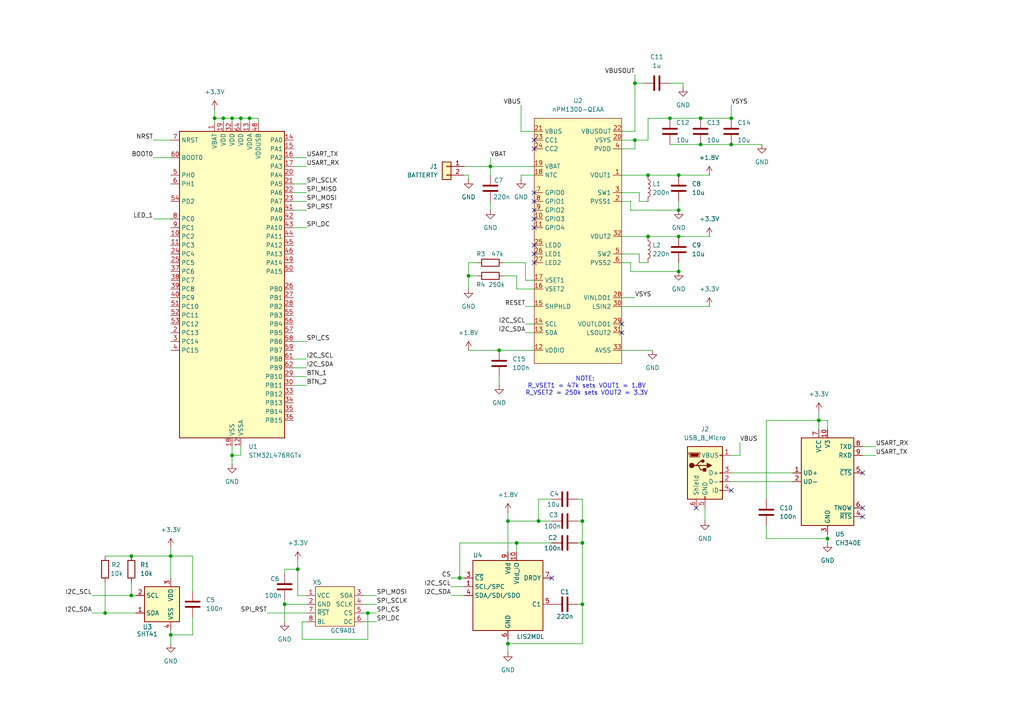
<source format=kicad_sch>
(kicad_sch (version 20231120) (generator "eeschema") (generator_version "8.0")
  (paper "A4")
  (lib_symbols
    (symbol "Connector:USB_B_Micro" (pin_names (offset 1.016))
      (property "Reference" "J" (at -5.08 11.43 0))
      (property "Value" "USB_B_Micro" (at -5.08 8.89 0))
      (symbol "USB_B_Micro_0_1"
        (rectangle (start -5.08 -7.62) (end 5.08 7.62) (stroke (width 0.254)) (fill (type background)))
        (circle (center -3.81 2.159) (radius 0.635) (stroke (width 0.254)) (fill (type outline)))
        (circle (center -0.635 3.429) (radius 0.381) (stroke (width 0.254)) (fill (type outline)))
        (rectangle (start -0.127 -7.62) (end 0.127 -6.858))
        (polyline (pts (xy -1.905 2.159) (xy 0.635 2.159)) (stroke (width 0.254)))
        (polyline (pts (xy -3.175 2.159) (xy -2.54 2.159) (xy -1.27 3.429) (xy -0.635 3.429)) (stroke (width 0.254)))
        (polyline (pts (xy -2.54 2.159) (xy -1.905 2.159) (xy -1.27 0.889) (xy 0 0.889)) (stroke (width 0.254)))
        (polyline (pts (xy 0.635 2.794) (xy 0.635 1.524) (xy 1.905 2.159) (xy 0.635 2.794)) (stroke (width 0.254)) (fill (type outline)))
        (polyline (pts (xy -4.318 5.588) (xy -1.778 5.588) (xy -2.032 4.826) (xy -4.064 4.826) (xy -4.318 5.588)) (fill (type outline)))
        (polyline (pts (xy -4.699 5.842) (xy -4.699 5.588) (xy -4.445 4.826) (xy -4.445 4.572) (xy -1.651 4.572) (xy -1.651 4.826) (xy -1.397 5.588) (xy -1.397 5.842) (xy -4.699 5.842)))
        (rectangle (start 0.254 1.27) (end -0.508 0.508) (stroke (width 0.254)) (fill (type outline)))
        (rectangle (start 5.08 -5.207) (end 4.318 -4.953))
        (rectangle (start 5.08 -2.667) (end 4.318 -2.413))
        (rectangle (start 5.08 -0.127) (end 4.318 0.127))
        (rectangle (start 5.08 4.953) (end 4.318 5.207))
      )
      (symbol "USB_B_Micro_1_1"
        (pin power_out line (at 7.62 5.08 180) (length 2.54) (name "VBUS") (number "1"))
        (pin bidirectional line (at 7.62 -2.54 180) (length 2.54) (name "D-") (number "2"))
        (pin bidirectional line (at 7.62 0 180) (length 2.54) (name "D+") (number "3"))
        (pin passive line (at 7.62 -5.08 180) (length 2.54) (name "ID") (number "4"))
        (pin power_out line (at 0 -10.16 90) (length 2.54) (name "GND") (number "5"))
        (pin passive line (at -2.54 -10.16 90) (length 2.54) (name "Shield") (number "6"))
      )
    )
    (symbol "Connector_Generic:Conn_01x02" (pin_names (offset 1.016) hide)
      (property "Reference" "J" (at 0 2.54 0))
      (property "Value" "Conn_01x02" (at 0 -5.08 0))
      (symbol "Conn_01x02_1_1"
        (rectangle (start -1.27 -2.413) (end 0 -2.667) (stroke (width 0.1524)))
        (rectangle (start -1.27 0.127) (end 0 -0.127) (stroke (width 0.1524)))
        (rectangle (start -1.27 1.27) (end 1.27 -3.81) (stroke (width 0.254)) (fill (type background)))
        (pin passive line (at -5.08 0 0) (length 3.81) (name "Pin_1") (number "1"))
        (pin passive line (at -5.08 -2.54 0) (length 3.81) (name "Pin_2") (number "2"))
      )
    )
    (symbol "Device:C" (pin_numbers hide) (pin_names (offset 0.254))
      (property "Reference" "C" (at 0.635 2.54 0))
      (property "Value" "C" (at 0.635 -2.54 0))
      (symbol "C_0_1"
        (polyline (pts (xy -2.032 -0.762) (xy 2.032 -0.762)) (stroke (width 0.508)))
        (polyline (pts (xy -2.032 0.762) (xy 2.032 0.762)) (stroke (width 0.508)))
      )
      (symbol "C_1_1"
        (pin passive line (at 0 3.81 270) (length 2.794) (name "~") (number "1"))
        (pin passive line (at 0 -3.81 90) (length 2.794) (name "~") (number "2"))
      )
    )
    (symbol "Device:L" (pin_numbers hide) (pin_names (offset 1.016) hide)
      (property "Reference" "L" (at -1.27 0 90))
      (property "Value" "L" (at 1.905 0 90))
      (symbol "L_0_1"
        (arc (start 0 -2.54) (mid 0.6323 -1.905) (end 0 -1.27))
        (arc (start 0 -1.27) (mid 0.6323 -0.635) (end 0 0))
        (arc (start 0 0) (mid 0.6323 0.635) (end 0 1.27))
        (arc (start 0 1.27) (mid 0.6323 1.905) (end 0 2.54))
      )
      (symbol "L_1_1"
        (pin passive line (at 0 3.81 270) (length 1.27) (name "1") (number "1"))
        (pin passive line (at 0 -3.81 90) (length 1.27) (name "2") (number "2"))
      )
    )
    (symbol "Device:R" (pin_numbers hide) (pin_names (offset 0))
      (property "Reference" "R" (at 2.032 0 90))
      (property "Value" "R" (at 0 0 90))
      (symbol "R_0_1"
        (rectangle (start -1.016 -2.54) (end 1.016 2.54) (stroke (width 0.254)))
      )
      (symbol "R_1_1"
        (pin passive line (at 0 3.81 270) (length 1.27) (name "~") (number "1"))
        (pin passive line (at 0 -3.81 90) (length 1.27) (name "~") (number "2"))
      )
    )
    (symbol "Interface_USB:CH340E"
      (property "Reference" "U" (at -5.08 13.97 0))
      (property "Value" "CH340E" (at 1.27 13.97 0))
      (symbol "CH340E_0_1"
        (rectangle (start -7.62 12.7) (end 7.62 -12.7) (stroke (width 0.254)) (fill (type background)))
      )
      (symbol "CH340E_1_1"
        (pin bidirectional line (at -10.16 2.54 0) (length 2.54) (name "UD+") (number "1"))
        (pin power_out line (at 0 15.24 270) (length 2.54) (name "V3") (number "10"))
        (pin bidirectional line (at -10.16 0 0) (length 2.54) (name "UD-") (number "2"))
        (pin power_in line (at 0 -15.24 90) (length 2.54) (name "GND") (number "3"))
        (pin output line (at 10.16 -10.16 180) (length 2.54) (name "~{RTS}") (number "4"))
        (pin input line (at 10.16 2.54 180) (length 2.54) (name "~{CTS}") (number "5"))
        (pin output line (at 10.16 -7.62 180) (length 2.54) (name "TNOW") (number "6"))
        (pin power_in line (at -2.54 15.24 270) (length 2.54) (name "VCC") (number "7"))
        (pin output line (at 10.16 10.16 180) (length 2.54) (name "TXD") (number "8"))
        (pin input line (at 10.16 7.62 180) (length 2.54) (name "RXD") (number "9"))
      )
    )
    (symbol "MCU_ST_STM32L4:STM32L476RGTx"
      (property "Reference" "U" (at -15.24 46.99 0))
      (property "Value" "STM32L476RGTx" (at 10.16 46.99 0))
      (symbol "STM32L476RGTx_0_1"
        (rectangle (start -15.24 -43.18) (end 15.24 45.72) (stroke (width 0.254)) (fill (type background)))
      )
      (symbol "STM32L476RGTx_1_1"
        (pin power_in line (at -5.08 48.26 270) (length 2.54) (name "VBAT") (number "1"))
        (pin bidirectional line (at -17.78 15.24 0) (length 2.54) (name "PC2") (number "10"))
        (pin bidirectional line (at -17.78 12.7 0) (length 2.54) (name "PC3") (number "11"))
        (pin power_in line (at 2.54 -45.72 90) (length 2.54) (name "VSSA") (number "12"))
        (pin power_in line (at 5.08 48.26 270) (length 2.54) (name "VDDA") (number "13"))
        (pin bidirectional line (at 17.78 43.18 180) (length 2.54) (name "PA0") (number "14"))
        (pin bidirectional line (at 17.78 40.64 180) (length 2.54) (name "PA1") (number "15"))
        (pin bidirectional line (at 17.78 38.1 180) (length 2.54) (name "PA2") (number "16"))
        (pin bidirectional line (at 17.78 35.56 180) (length 2.54) (name "PA3") (number "17"))
        (pin power_in line (at 0 -45.72 90) (length 2.54) (name "VSS") (number "18"))
        (pin power_in line (at -2.54 48.26 270) (length 2.54) (name "VDD") (number "19"))
        (pin bidirectional line (at -17.78 -12.7 0) (length 2.54) (name "PC13") (number "2"))
        (pin bidirectional line (at 17.78 33.02 180) (length 2.54) (name "PA4") (number "20"))
        (pin bidirectional line (at 17.78 30.48 180) (length 2.54) (name "PA5") (number "21"))
        (pin bidirectional line (at 17.78 27.94 180) (length 2.54) (name "PA6") (number "22"))
        (pin bidirectional line (at 17.78 25.4 180) (length 2.54) (name "PA7") (number "23"))
        (pin bidirectional line (at -17.78 10.16 0) (length 2.54) (name "PC4") (number "24"))
        (pin bidirectional line (at -17.78 7.62 0) (length 2.54) (name "PC5") (number "25"))
        (pin bidirectional line (at 17.78 0 180) (length 2.54) (name "PB0") (number "26"))
        (pin bidirectional line (at 17.78 -2.54 180) (length 2.54) (name "PB1") (number "27"))
        (pin bidirectional line (at 17.78 -5.08 180) (length 2.54) (name "PB2") (number "28"))
        (pin bidirectional line (at 17.78 -25.4 180) (length 2.54) (name "PB10") (number "29"))
        (pin bidirectional line (at -17.78 -15.24 0) (length 2.54) (name "PC14") (number "3"))
        (pin bidirectional line (at 17.78 -27.94 180) (length 2.54) (name "PB11") (number "30"))
        (pin passive line (at 0 -45.72 90) (length 2.54) hide (name "VSS") (number "31"))
        (pin power_in line (at 0 48.26 270) (length 2.54) (name "VDD") (number "32"))
        (pin bidirectional line (at 17.78 -30.48 180) (length 2.54) (name "PB12") (number "33"))
        (pin bidirectional line (at 17.78 -33.02 180) (length 2.54) (name "PB13") (number "34"))
        (pin bidirectional line (at 17.78 -35.56 180) (length 2.54) (name "PB14") (number "35"))
        (pin bidirectional line (at 17.78 -38.1 180) (length 2.54) (name "PB15") (number "36"))
        (pin bidirectional line (at -17.78 5.08 0) (length 2.54) (name "PC6") (number "37"))
        (pin bidirectional line (at -17.78 2.54 0) (length 2.54) (name "PC7") (number "38"))
        (pin bidirectional line (at -17.78 0 0) (length 2.54) (name "PC8") (number "39"))
        (pin bidirectional line (at -17.78 -17.78 0) (length 2.54) (name "PC15") (number "4"))
        (pin bidirectional line (at -17.78 -2.54 0) (length 2.54) (name "PC9") (number "40"))
        (pin bidirectional line (at 17.78 22.86 180) (length 2.54) (name "PA8") (number "41"))
        (pin bidirectional line (at 17.78 20.32 180) (length 2.54) (name "PA9") (number "42"))
        (pin bidirectional line (at 17.78 17.78 180) (length 2.54) (name "PA10") (number "43"))
        (pin bidirectional line (at 17.78 15.24 180) (length 2.54) (name "PA11") (number "44"))
        (pin bidirectional line (at 17.78 12.7 180) (length 2.54) (name "PA12") (number "45"))
        (pin bidirectional line (at 17.78 10.16 180) (length 2.54) (name "PA13") (number "46"))
        (pin passive line (at 0 -45.72 90) (length 2.54) hide (name "VSS") (number "47"))
        (pin power_in line (at 7.62 48.26 270) (length 2.54) (name "VDDUSB") (number "48"))
        (pin bidirectional line (at 17.78 7.62 180) (length 2.54) (name "PA14") (number "49"))
        (pin bidirectional line (at -17.78 33.02 0) (length 2.54) (name "PH0") (number "5"))
        (pin bidirectional line (at 17.78 5.08 180) (length 2.54) (name "PA15") (number "50"))
        (pin bidirectional line (at -17.78 -5.08 0) (length 2.54) (name "PC10") (number "51"))
        (pin bidirectional line (at -17.78 -7.62 0) (length 2.54) (name "PC11") (number "52"))
        (pin bidirectional line (at -17.78 -10.16 0) (length 2.54) (name "PC12") (number "53"))
        (pin bidirectional line (at -17.78 25.4 0) (length 2.54) (name "PD2") (number "54"))
        (pin bidirectional line (at 17.78 -7.62 180) (length 2.54) (name "PB3") (number "55"))
        (pin bidirectional line (at 17.78 -10.16 180) (length 2.54) (name "PB4") (number "56"))
        (pin bidirectional line (at 17.78 -12.7 180) (length 2.54) (name "PB5") (number "57"))
        (pin bidirectional line (at 17.78 -15.24 180) (length 2.54) (name "PB6") (number "58"))
        (pin bidirectional line (at 17.78 -17.78 180) (length 2.54) (name "PB7") (number "59"))
        (pin bidirectional line (at -17.78 30.48 0) (length 2.54) (name "PH1") (number "6"))
        (pin input line (at -17.78 38.1 0) (length 2.54) (name "BOOT0") (number "60"))
        (pin bidirectional line (at 17.78 -20.32 180) (length 2.54) (name "PB8") (number "61"))
        (pin bidirectional line (at 17.78 -22.86 180) (length 2.54) (name "PB9") (number "62"))
        (pin passive line (at 0 -45.72 90) (length 2.54) hide (name "VSS") (number "63"))
        (pin power_in line (at 2.54 48.26 270) (length 2.54) (name "VDD") (number "64"))
        (pin input line (at -17.78 43.18 0) (length 2.54) (name "NRST") (number "7"))
        (pin bidirectional line (at -17.78 20.32 0) (length 2.54) (name "PC0") (number "8"))
        (pin bidirectional line (at -17.78 17.78 0) (length 2.54) (name "PC1") (number "9"))
      )
    )
    (symbol "Sensor_Humidity:SHT4x"
      (property "Reference" "U" (at 0 8.89 0))
      (property "Value" "SHT4x" (at 0 6.35 0))
      (symbol "SHT4x_1_1"
        (rectangle (start -5.08 5.08) (end 5.08 -5.08) (stroke (width 0.254)) (fill (type background)))
        (pin bidirectional line (at -7.62 -2.54 0) (length 2.54) (name "SDA") (number "1"))
        (pin input line (at -7.62 2.54 0) (length 2.54) (name "SCL") (number "2"))
        (pin power_in line (at 2.54 7.62 270) (length 2.54) (name "VDD") (number "3"))
        (pin power_in line (at 2.54 -7.62 90) (length 2.54) (name "VSS") (number "4"))
      )
    )
    (symbol "Sensor_Magnetic:LIS2MDL"
      (property "Reference" "U" (at -8.89 11.43 0))
      (property "Value" "LIS2MDL" (at 7.62 11.43 0))
      (symbol "LIS2MDL_0_1"
        (rectangle (start -10.16 10.16) (end 10.16 -10.16) (stroke (width 0.254)) (fill (type background)))
      )
      (symbol "LIS2MDL_1_1"
        (pin input line (at -12.7 2.54 0) (length 2.54) (name "SCL/SPC") (number "1"))
        (pin power_in line (at 2.54 12.7 270) (length 2.54) (name "Vdd_IO") (number "10"))
        (pin no_connect line (at -10.16 -7.62 0) (length 2.54) hide (name "NC") (number "11"))
        (pin no_connect line (at 10.16 -7.62 180) (length 2.54) hide (name "NC") (number "12"))
        (pin no_connect line (at -10.16 -5.08 0) (length 2.54) hide (name "NC") (number "2"))
        (pin input line (at -12.7 5.08 0) (length 2.54) (name "~{CS}") (number "3"))
        (pin bidirectional line (at -12.7 0 0) (length 2.54) (name "SDA/SDI/SDO") (number "4"))
        (pin power_out line (at 12.7 -2.54 180) (length 2.54) (name "C1") (number "5"))
        (pin power_in line (at 0 -12.7 90) (length 2.54) (name "GND") (number "6"))
        (pin output line (at 12.7 5.08 180) (length 2.54) (name "DRDY") (number "7"))
        (pin passive line (at 0 -12.7 90) (length 2.54) hide (name "GND") (number "8"))
        (pin power_in line (at 0 12.7 270) (length 2.54) (name "Vdd") (number "9"))
      )
    )
    (symbol "power:+3.3V" (power) (pin_numbers hide) (pin_names (offset 0) hide)
      (property "Value" "+3.3V" (at 0 3.556 0))
      (symbol "+3.3V_0_1"
        (polyline (pts (xy -0.762 1.27) (xy 0 2.54)))
        (polyline (pts (xy 0 0) (xy 0 2.54)))
        (polyline (pts (xy 0 2.54) (xy 0.762 1.27)))
      )
      (symbol "+3.3V_1_1"
        (pin power_in line (at 0 0 90) (length 0) (name "~") (number "1"))
      )
    )
    (symbol "power:GND" (power) (pin_numbers hide) (pin_names (offset 0) hide)
      (property "Value" "GND" (at 0 -3.81 0))
      (symbol "GND_0_1"
        (polyline (pts (xy 0 0) (xy 0 -1.27) (xy 1.27 -1.27) (xy 0 -2.54) (xy -1.27 -1.27) (xy 0 -1.27)))
      )
      (symbol "GND_1_1"
        (pin power_in line (at 0 0 270) (length 0) (name "~") (number "1"))
      )
    )
    (symbol "smart_watch:GC9A01"
      (property "Reference" "X" (at -4.572 7.62 0))
      (property "Value" "GC9A01" (at 3.048 -6.35 0))
      (symbol "GC9A01_0_1"
        (rectangle (start -5.08 6.35) (end 6.35 -5.08) (stroke (width 0) (color 132 0 0 1)) (fill (type background)))
      )
      (symbol "GC9A01_1_1"
        (pin power_in line (at -7.62 3.81 0) (length 2.54) (name "VCC") (number "1"))
        (pin power_out line (at -7.62 1.27 0) (length 2.54) (name "GND") (number "2"))
        (pin input line (at 8.89 3.81 180) (length 2.54) (name "SOA") (number "3"))
        (pin input line (at 8.89 1.27 180) (length 2.54) (name "SCLK") (number "4"))
        (pin input line (at 8.89 -1.27 180) (length 2.54) (name "CS") (number "5"))
        (pin input line (at 8.89 -3.81 180) (length 2.54) (name "DC") (number "6"))
        (pin input line (at -7.62 -1.27 0) (length 2.54) (name "~{RST}") (number "7"))
        (pin input line (at -7.62 -3.81 0) (length 2.54) (name "BL") (number "8"))
      )
    )
    (symbol "smart_watch:nPM1300-QEAA"
      (property "Reference" "U" (at -12.192 39.624 0))
      (property "Value" "nPM1300-QEAA" (at 5.334 -35.052 0))
      (symbol "nPM1300-QEAA_0_1"
        (rectangle (start -12.7 38.1) (end 12.7 -33.02) (stroke (width 0) (color 132 0 0 1)) (fill (type background)))
      )
      (symbol "nPM1300-QEAA_1_1"
        (pin power_in line (at 12.7 21.59 180) (length 2.54) (name "VOUT1") (number "1"))
        (pin bidirectional line (at -12.7 8.89 0) (length 2.54) (name "GPIO3") (number "10"))
        (pin bidirectional line (at -12.7 6.35 0) (length 2.54) (name "GPIO4") (number "11"))
        (pin power_in line (at -12.7 -29.21 0) (length 2.54) (name "VDDIO") (number "12"))
        (pin bidirectional line (at -12.7 -24.13 0) (length 2.54) (name "SDA") (number "13"))
        (pin input line (at -12.7 -21.59 0) (length 2.54) (name "SCL") (number "14"))
        (pin input line (at -12.7 -16.51 0) (length 2.54) (name "SHPHLD") (number "15"))
        (pin input line (at -12.7 -11.43 0) (length 2.54) (name "VSET2") (number "16"))
        (pin input line (at -12.7 -8.89 0) (length 2.54) (name "VSET1") (number "17"))
        (pin input line (at -12.7 21.59 0) (length 2.54) (name "NTC") (number "18"))
        (pin power_in line (at -12.7 24.13 0) (length 2.54) (name "VBAT") (number "19"))
        (pin power_out line (at 12.7 13.97 180) (length 2.54) (name "PVSS1") (number "2"))
        (pin power_in line (at 12.7 31.75 180) (length 2.54) (name "VSYS") (number "20"))
        (pin power_in line (at -12.7 34.29 0) (length 2.54) (name "VBUS") (number "21"))
        (pin power_in line (at 12.7 34.29 180) (length 2.54) (name "VBUSOUT") (number "22"))
        (pin bidirectional line (at -12.7 31.75 0) (length 2.54) (name "CC1") (number "23"))
        (pin bidirectional line (at -12.7 29.21 0) (length 2.54) (name "CC2") (number "24"))
        (pin output line (at -12.7 1.27 0) (length 2.54) (name "LED0") (number "25"))
        (pin output line (at -12.7 -1.27 0) (length 2.54) (name "LED1") (number "26"))
        (pin output line (at -12.7 -3.81 0) (length 2.54) (name "LED2") (number "27"))
        (pin input line (at 12.7 -13.97 180) (length 2.54) (name "VINLDO1") (number "28"))
        (pin output line (at 12.7 -21.59 180) (length 2.54) (name "VOUTLDO1") (number "29"))
        (pin power_in line (at 12.7 16.51 180) (length 2.54) (name "SW1") (number "3"))
        (pin input line (at 12.7 -16.51 180) (length 2.54) (name "LSIN2") (number "30"))
        (pin output line (at 12.7 -24.13 180) (length 2.54) (name "LSOUT2") (number "31"))
        (pin power_in line (at 12.7 3.81 180) (length 2.54) (name "VOUT2") (number "32"))
        (pin power_out line (at 12.7 -29.21 180) (length 2.54) (name "AVSS") (number "33"))
        (pin power_in line (at 12.7 29.21 180) (length 2.54) (name "PVDD") (number "4"))
        (pin power_in line (at 12.7 -1.27 180) (length 2.54) (name "SW2") (number "5"))
        (pin power_out line (at 12.7 -3.81 180) (length 2.54) (name "PVSS2") (number "6"))
        (pin bidirectional line (at -12.7 16.51 0) (length 2.54) (name "GPIO0") (number "7"))
        (pin bidirectional line (at -12.7 13.97 0) (length 2.54) (name "GPIO1") (number "8"))
        (pin bidirectional line (at -12.7 11.43 0) (length 2.54) (name "GPIO2") (number "9"))
      )
    )
  )
  (junction (at 82.55 175.26))
  (junction (at 212.09 34.29))
  (junction (at 184.15 40.64))
  (junction (at 72.39 34.29))
  (junction (at 144.78 101.6))
  (junction (at 69.85 34.29))
  (junction (at 187.96 68.58))
  (junction (at 62.23 34.29))
  (junction (at 203.2 41.91))
  (junction (at 196.85 50.8))
  (junction (at 133.35 167.64))
  (junction (at 240.03 156.21))
  (junction (at 38.1 172.72))
  (junction (at 196.85 60.96))
  (junction (at 147.32 151.13))
  (junction (at 168.91 157.48))
  (junction (at 156.21 151.13))
  (junction (at 142.24 48.26))
  (junction (at 196.85 78.74))
  (junction (at 194.31 34.29))
  (junction (at 135.89 80.01))
  (junction (at 184.15 24.13))
  (junction (at 147.32 186.69))
  (junction (at 49.53 161.29))
  (junction (at 168.91 151.13))
  (junction (at 67.31 34.29))
  (junction (at 149.86 157.48))
  (junction (at 168.91 175.26))
  (junction (at 38.1 161.29))
  (junction (at 203.2 34.29))
  (junction (at 64.77 34.29))
  (junction (at 67.31 132.08))
  (junction (at 106.68 177.8))
  (junction (at 212.09 41.91))
  (junction (at 187.96 50.8))
  (junction (at 196.85 68.58))
  (junction (at 86.36 165.1))
  (junction (at 49.53 184.15))
  (junction (at 30.48 177.8))
  (junction (at 237.49 121.92))
  (no_connect (at 154.94 63.5))
  (no_connect (at 154.94 66.04))
  (no_connect (at 250.19 137.16))
  (no_connect (at 180.34 93.98))
  (no_connect (at 154.94 55.88))
  (no_connect (at 154.94 60.96))
  (no_connect (at 154.94 73.66))
  (no_connect (at 160.02 167.64))
  (no_connect (at 154.94 71.12))
  (no_connect (at 250.19 147.32))
  (no_connect (at 180.34 96.52))
  (no_connect (at 250.19 149.86))
  (no_connect (at 154.94 43.18))
  (no_connect (at 154.94 40.64))
  (no_connect (at 154.94 76.2))
  (no_connect (at 154.94 58.42))
  (no_connect (at 212.09 142.24))
  (no_connect (at 201.93 147.32))
  (wire (pts (xy 147.32 186.69) (xy 147.32 189.23)))
  (wire (pts (xy 105.41 175.26) (xy 109.22 175.26)))
  (wire (pts (xy 142.24 48.26) (xy 142.24 50.8)))
  (wire (pts (xy 72.39 35.56) (xy 72.39 34.29)))
  (wire (pts (xy 149.86 83.82) (xy 154.94 83.82)))
  (wire (pts (xy 151.13 50.8) (xy 151.13 52.07)))
  (wire (pts (xy 62.23 34.29) (xy 62.23 35.56)))
  (wire (pts (xy 86.36 165.1) (xy 86.36 172.72)))
  (wire (pts (xy 105.41 177.8) (xy 106.68 177.8)))
  (wire (pts (xy 240.03 121.92) (xy 240.03 124.46)))
  (wire (pts (xy 55.88 171.45) (xy 55.88 161.29)))
  (wire (pts (xy 204.47 147.32) (xy 204.47 151.13)))
  (wire (pts (xy 184.15 21.59) (xy 184.15 24.13)))
  (wire (pts (xy 134.62 48.26) (xy 142.24 48.26)))
  (wire (pts (xy 133.35 167.64) (xy 133.35 157.48)))
  (wire (pts (xy 184.15 43.18) (xy 184.15 40.64)))
  (wire (pts (xy 69.85 129.54) (xy 69.85 132.08)))
  (wire (pts (xy 149.86 80.01) (xy 149.86 83.82)))
  (wire (pts (xy 184.15 24.13) (xy 184.15 38.1)))
  (wire (pts (xy 185.42 73.66) (xy 185.42 76.2)))
  (wire (pts (xy 180.34 88.9) (xy 205.74 88.9)))
  (wire (pts (xy 168.91 186.69) (xy 147.32 186.69)))
  (wire (pts (xy 185.42 55.88) (xy 185.42 58.42)))
  (wire (pts (xy 180.34 68.58) (xy 187.96 68.58)))
  (wire (pts (xy 180.34 50.8) (xy 187.96 50.8)))
  (wire (pts (xy 55.88 161.29) (xy 49.53 161.29)))
  (wire (pts (xy 135.89 76.2) (xy 135.89 80.01)))
  (wire (pts (xy 142.24 48.26) (xy 154.94 48.26)))
  (wire (pts (xy 30.48 177.8) (xy 39.37 177.8)))
  (wire (pts (xy 212.09 41.91) (xy 220.98 41.91)))
  (wire (pts (xy 203.2 41.91) (xy 212.09 41.91)))
  (wire (pts (xy 85.09 58.42) (xy 88.9 58.42)))
  (wire (pts (xy 146.05 76.2) (xy 152.4 76.2)))
  (wire (pts (xy 130.81 167.64) (xy 133.35 167.64)))
  (wire (pts (xy 168.91 144.78) (xy 167.64 144.78)))
  (wire (pts (xy 146.05 80.01) (xy 149.86 80.01)))
  (wire (pts (xy 144.78 101.6) (xy 154.94 101.6)))
  (wire (pts (xy 85.09 99.06) (xy 88.9 99.06)))
  (wire (pts (xy 44.45 63.5) (xy 49.53 63.5)))
  (wire (pts (xy 222.25 156.21) (xy 240.03 156.21)))
  (wire (pts (xy 88.9 180.34) (xy 87.63 180.34)))
  (wire (pts (xy 154.94 81.28) (xy 152.4 81.28)))
  (wire (pts (xy 69.85 132.08) (xy 67.31 132.08)))
  (wire (pts (xy 196.85 78.74) (xy 196.85 76.2)))
  (wire (pts (xy 85.09 111.76) (xy 88.9 111.76)))
  (wire (pts (xy 86.36 162.56) (xy 86.36 165.1)))
  (wire (pts (xy 26.67 172.72) (xy 38.1 172.72)))
  (wire (pts (xy 152.4 88.9) (xy 154.94 88.9)))
  (wire (pts (xy 156.21 151.13) (xy 147.32 151.13)))
  (wire (pts (xy 85.09 53.34) (xy 88.9 53.34)))
  (wire (pts (xy 85.09 45.72) (xy 88.9 45.72)))
  (wire (pts (xy 62.23 31.75) (xy 62.23 34.29)))
  (wire (pts (xy 82.55 180.34) (xy 82.55 175.26)))
  (wire (pts (xy 194.31 41.91) (xy 203.2 41.91)))
  (wire (pts (xy 85.09 66.04) (xy 88.9 66.04)))
  (wire (pts (xy 87.63 185.42) (xy 106.68 185.42)))
  (wire (pts (xy 168.91 175.26) (xy 168.91 186.69)))
  (wire (pts (xy 67.31 129.54) (xy 67.31 132.08)))
  (wire (pts (xy 194.31 34.29) (xy 203.2 34.29)))
  (wire (pts (xy 250.19 132.08) (xy 254 132.08)))
  (wire (pts (xy 49.53 184.15) (xy 55.88 184.15)))
  (wire (pts (xy 85.09 48.26) (xy 88.9 48.26)))
  (wire (pts (xy 30.48 168.91) (xy 30.48 177.8)))
  (wire (pts (xy 142.24 58.42) (xy 142.24 60.96)))
  (wire (pts (xy 38.1 172.72) (xy 39.37 172.72)))
  (wire (pts (xy 105.41 172.72) (xy 109.22 172.72)))
  (wire (pts (xy 64.77 34.29) (xy 64.77 35.56)))
  (wire (pts (xy 106.68 185.42) (xy 106.68 177.8)))
  (wire (pts (xy 135.89 80.01) (xy 138.43 80.01)))
  (wire (pts (xy 240.03 154.94) (xy 240.03 156.21)))
  (wire (pts (xy 198.12 24.13) (xy 198.12 25.4)))
  (wire (pts (xy 168.91 144.78) (xy 168.91 151.13)))
  (wire (pts (xy 147.32 186.69) (xy 147.32 185.42)))
  (wire (pts (xy 187.96 40.64) (xy 187.96 34.29)))
  (wire (pts (xy 105.41 180.34) (xy 109.22 180.34)))
  (wire (pts (xy 167.64 151.13) (xy 168.91 151.13)))
  (wire (pts (xy 237.49 119.38) (xy 237.49 121.92)))
  (wire (pts (xy 154.94 50.8) (xy 151.13 50.8)))
  (wire (pts (xy 55.88 184.15) (xy 55.88 179.07)))
  (wire (pts (xy 138.43 76.2) (xy 135.89 76.2)))
  (wire (pts (xy 184.15 40.64) (xy 187.96 40.64)))
  (wire (pts (xy 187.96 34.29) (xy 194.31 34.29)))
  (wire (pts (xy 184.15 24.13) (xy 186.69 24.13)))
  (wire (pts (xy 160.02 151.13) (xy 156.21 151.13)))
  (wire (pts (xy 49.53 184.15) (xy 49.53 186.69)))
  (wire (pts (xy 212.09 137.16) (xy 229.87 137.16)))
  (wire (pts (xy 69.85 34.29) (xy 69.85 35.56)))
  (wire (pts (xy 30.48 161.29) (xy 38.1 161.29)))
  (wire (pts (xy 44.45 45.72) (xy 49.53 45.72)))
  (wire (pts (xy 167.64 157.48) (xy 168.91 157.48)))
  (wire (pts (xy 187.96 50.8) (xy 196.85 50.8)))
  (wire (pts (xy 49.53 158.75) (xy 49.53 161.29)))
  (wire (pts (xy 49.53 161.29) (xy 38.1 161.29)))
  (wire (pts (xy 222.25 152.4) (xy 222.25 156.21)))
  (wire (pts (xy 149.86 157.48) (xy 149.86 160.02)))
  (wire (pts (xy 64.77 34.29) (xy 62.23 34.29)))
  (wire (pts (xy 82.55 173.99) (xy 82.55 175.26)))
  (wire (pts (xy 180.34 55.88) (xy 185.42 55.88)))
  (wire (pts (xy 74.93 34.29) (xy 72.39 34.29)))
  (wire (pts (xy 85.09 104.14) (xy 88.9 104.14)))
  (wire (pts (xy 49.53 167.64) (xy 49.53 161.29)))
  (wire (pts (xy 44.45 40.64) (xy 49.53 40.64)))
  (wire (pts (xy 184.15 38.1) (xy 180.34 38.1)))
  (wire (pts (xy 151.13 38.1) (xy 154.94 38.1)))
  (wire (pts (xy 194.31 24.13) (xy 198.12 24.13)))
  (wire (pts (xy 168.91 157.48) (xy 168.91 175.26)))
  (wire (pts (xy 133.35 167.64) (xy 134.62 167.64)))
  (wire (pts (xy 26.67 177.8) (xy 30.48 177.8)))
  (wire (pts (xy 222.25 144.78) (xy 222.25 121.92)))
  (wire (pts (xy 85.09 106.68) (xy 88.9 106.68)))
  (wire (pts (xy 212.09 30.48) (xy 212.09 34.29)))
  (wire (pts (xy 147.32 151.13) (xy 147.32 160.02)))
  (wire (pts (xy 196.85 58.42) (xy 196.85 60.96)))
  (wire (pts (xy 106.68 177.8) (xy 109.22 177.8)))
  (wire (pts (xy 182.88 58.42) (xy 180.34 58.42)))
  (wire (pts (xy 237.49 121.92) (xy 240.03 121.92)))
  (wire (pts (xy 38.1 168.91) (xy 38.1 172.72)))
  (wire (pts (xy 156.21 144.78) (xy 156.21 151.13)))
  (wire (pts (xy 133.35 157.48) (xy 149.86 157.48)))
  (wire (pts (xy 151.13 30.48) (xy 151.13 38.1)))
  (wire (pts (xy 72.39 34.29) (xy 69.85 34.29)))
  (wire (pts (xy 87.63 180.34) (xy 87.63 185.42)))
  (wire (pts (xy 168.91 151.13) (xy 168.91 157.48)))
  (wire (pts (xy 142.24 45.72) (xy 142.24 48.26)))
  (wire (pts (xy 182.88 76.2) (xy 182.88 78.74)))
  (wire (pts (xy 180.34 86.36) (xy 184.15 86.36)))
  (wire (pts (xy 250.19 129.54) (xy 254 129.54)))
  (wire (pts (xy 135.89 80.01) (xy 135.89 83.82)))
  (wire (pts (xy 180.34 73.66) (xy 185.42 73.66)))
  (wire (pts (xy 152.4 96.52) (xy 154.94 96.52)))
  (wire (pts (xy 82.55 175.26) (xy 88.9 175.26)))
  (wire (pts (xy 182.88 78.74) (xy 196.85 78.74)))
  (wire (pts (xy 187.96 68.58) (xy 196.85 68.58)))
  (wire (pts (xy 203.2 34.29) (xy 212.09 34.29)))
  (wire (pts (xy 196.85 68.58) (xy 205.74 68.58)))
  (wire (pts (xy 67.31 34.29) (xy 67.31 35.56)))
  (wire (pts (xy 152.4 93.98) (xy 154.94 93.98)))
  (wire (pts (xy 85.09 109.22) (xy 88.9 109.22)))
  (wire (pts (xy 240.03 156.21) (xy 240.03 157.48)))
  (wire (pts (xy 180.34 101.6) (xy 189.23 101.6)))
  (wire (pts (xy 237.49 121.92) (xy 237.49 124.46)))
  (wire (pts (xy 67.31 34.29) (xy 64.77 34.29)))
  (wire (pts (xy 167.64 175.26) (xy 168.91 175.26)))
  (wire (pts (xy 82.55 166.37) (xy 82.55 165.1)))
  (wire (pts (xy 85.09 60.96) (xy 88.9 60.96)))
  (wire (pts (xy 67.31 132.08) (xy 67.31 134.62)))
  (wire (pts (xy 82.55 165.1) (xy 86.36 165.1)))
  (wire (pts (xy 85.09 55.88) (xy 88.9 55.88)))
  (wire (pts (xy 147.32 148.59) (xy 147.32 151.13)))
  (wire (pts (xy 185.42 76.2) (xy 187.96 76.2)))
  (wire (pts (xy 86.36 172.72) (xy 88.9 172.72)))
  (wire (pts (xy 144.78 109.22) (xy 144.78 111.76)))
  (wire (pts (xy 182.88 60.96) (xy 182.88 58.42)))
  (wire (pts (xy 212.09 139.7) (xy 229.87 139.7)))
  (wire (pts (xy 180.34 40.64) (xy 184.15 40.64)))
  (wire (pts (xy 149.86 157.48) (xy 160.02 157.48)))
  (wire (pts (xy 77.47 177.8) (xy 88.9 177.8)))
  (wire (pts (xy 196.85 50.8) (xy 205.74 50.8)))
  (wire (pts (xy 156.21 144.78) (xy 160.02 144.78)))
  (wire (pts (xy 74.93 35.56) (xy 74.93 34.29)))
  (wire (pts (xy 152.4 81.28) (xy 152.4 76.2)))
  (wire (pts (xy 222.25 121.92) (xy 237.49 121.92)))
  (wire (pts (xy 214.63 132.08) (xy 212.09 132.08)))
  (wire (pts (xy 135.89 50.8) (xy 135.89 52.07)))
  (wire (pts (xy 130.81 170.18) (xy 134.62 170.18)))
  (wire (pts (xy 49.53 184.15) (xy 49.53 182.88)))
  (wire (pts (xy 69.85 34.29) (xy 67.31 34.29)))
  (wire (pts (xy 180.34 76.2) (xy 182.88 76.2)))
  (wire (pts (xy 185.42 58.42) (xy 187.96 58.42)))
  (wire (pts (xy 180.34 43.18) (xy 184.15 43.18)))
  (wire (pts (xy 196.85 60.96) (xy 182.88 60.96)))
  (wire (pts (xy 214.63 128.27) (xy 214.63 132.08)))
  (wire (pts (xy 135.89 101.6) (xy 144.78 101.6)))
  (wire (pts (xy 130.81 172.72) (xy 134.62 172.72)))
  (wire (pts (xy 134.62 50.8) (xy 135.89 50.8)))
  (text "NOTE: \nR_VSET1 = 47k sets VOUT1 = 1.8V\nR_VSET2 = 250k sets VOUT2 = 3.3V" (at 170.18 112.014 0) (effects (font (size 1.27 1.27))))
  (label "NRST" (at 44.45 40.64 180) (effects (font (thickness 0.1588))))
  (label "CS" (at 130.81 167.64 180))
  (label "I2C_SCL" (at 26.67 172.72 180))
  (label "VBAT" (at 142.24 45.72 0))
  (label "SPI_SCLK" (at 88.9 53.34 0))
  (label "I2C_SDA" (at 88.9 106.68 0))
  (label "LED_1" (at 44.45 63.5 180))
  (label "VBUS" (at 151.13 30.48 180))
  (label "SPI_DC" (at 109.22 180.34 0))
  (label "VBUSOUT" (at 184.15 21.59 180))
  (label "RESET" (at 152.4 88.9 180))
  (label "BTN_2" (at 88.9 111.76 0))
  (label "USART_TX" (at 254 132.08 0))
  (label "USART_RX" (at 254 129.54 0))
  (label "SPI_RST" (at 77.47 177.8 180))
  (label "VSYS" (at 212.09 30.48 0))
  (label "BTN_1" (at 88.9 109.22 0))
  (label "I2C_SDA" (at 130.81 172.72 180))
  (label "USART_TX" (at 88.9 45.72 0))
  (label "USART_RX" (at 88.9 48.26 0))
  (label "SPI_MISO" (at 88.9 55.88 0))
  (label "SPI_SCLK" (at 109.22 175.26 0))
  (label "SPI_CS" (at 109.22 177.8 0))
  (label "VBUS" (at 214.63 128.27 0))
  (label "SPI_DC" (at 88.9 66.04 0))
  (label "I2C_SDA" (at 152.4 96.52 180))
  (label "I2C_SCL" (at 152.4 93.98 180))
  (label "I2C_SCL" (at 88.9 104.14 0) (effects (font (thickness 0.1588))))
  (label "SPI_MOSI" (at 88.9 58.42 0))
  (label "SPI_CS" (at 88.9 99.06 0))
  (label "I2C_SDA" (at 26.67 177.8 180))
  (label "BOOT0" (at 44.45 45.72 180))
  (label "I2C_SCL" (at 130.81 170.18 180))
  (label "SPI_MOSI" (at 109.22 172.72 0))
  (label "VSYS" (at 184.15 86.36 0))
  (label "SPI_RST" (at 88.9 60.96 0))
  (symbol (lib_id "Sensor_Humidity:SHT4x") (at 46.99 175.26 0) (unit 1)
    (property "Reference" "U3" (at 41.402 181.864 0) (effects (justify left)))
    (property "Value" "SHT41" (at 39.624 183.896 0) (effects (justify left)))
    (property "Footprint" "Sensor_Humidity:Sensirion_DFN-4_1.5x1.5mm_P0.8mm_SHT4x_NoCentralPad" (effects (hide yes)))
    (property "Datasheet" "https://sensirion.com/media/documents/33FD6951/624C4357/Datasheet_SHT4x.pdf" (effects (hide yes)))
    (property "Description" "Digital Humidity and Temperature Sensor, +/-1%RH, +/-0.1degC, I2C, 1.08-3.6V, 16bit, DFN-4" (effects (hide yes)))
  )
  (symbol (lib_id "power:+3.3V") (at 62.23 31.75 0) (unit 1)
    (property "Reference" "#PWR024" (effects (hide yes)))
    (property "Value" "+3.3V" (at 62.23 26.67 0))
    (property "Description" "Power symbol creates a global label with name \"+3.3V\"" (effects (hide yes)))
  )
  (symbol (lib_id "Device:C") (at 144.78 105.41 0) (unit 1)
    (property "Reference" "C15" (at 148.59 104.1399 0) (effects (justify left)))
    (property "Value" "100n" (at 148.59 106.6799 0) (effects (justify left)))
    (property "Description" "Unpolarized capacitor" (effects (hide yes)))
  )
  (symbol (lib_id "Device:C") (at 163.83 144.78 90) (unit 1)
    (property "Reference" "C4" (at 160.782 143.256 90))
    (property "Value" "10u" (at 160.528 146.304 90))
    (property "Description" "Unpolarized capacitor" (effects (hide yes)))
  )
  (symbol (lib_id "Device:C") (at 82.55 170.18 180) (unit 1)
    (property "Reference" "C6" (at 79.756 167.894 0))
    (property "Value" "100n" (at 79.248 172.72 0))
    (property "Description" "Unpolarized capacitor" (effects (hide yes)))
  )
  (symbol (lib_id "power:GND") (at 144.78 111.76 0) (unit 1)
    (property "Reference" "#PWR022" (effects (hide yes)))
    (property "Value" "GND" (at 144.78 116.84 0))
    (property "Description" "Power symbol creates a global label with name \"GND\" , ground" (effects (hide yes)))
  )
  (symbol (lib_id "power:+3.3V") (at 49.53 158.75 0) (unit 1)
    (property "Reference" "#PWR04" (effects (hide yes)))
    (property "Value" "+3.3V" (at 49.53 153.67 0))
    (property "Description" "Power symbol creates a global label with name \"+3.3V\"" (effects (hide yes)))
  )
  (symbol (lib_id "power:GND") (at 49.53 186.69 0) (unit 1)
    (property "Reference" "#PWR03" (effects (hide yes)))
    (property "Value" "GND" (at 49.53 191.77 0))
    (property "Description" "Power symbol creates a global label with name \"GND\" , ground" (effects (hide yes)))
  )
  (symbol (lib_id "Device:C") (at 196.85 54.61 0) (unit 1)
    (property "Reference" "C8" (at 200.66 53.3399 0) (effects (justify left)))
    (property "Value" "10u" (at 200.66 55.8799 0) (effects (justify left)))
    (property "Description" "Unpolarized capacitor" (effects (hide yes)))
  )
  (symbol (lib_id "power:+3.3V") (at 205.74 50.8 0) (unit 1)
    (property "Reference" "#PWR014" (effects (hide yes)))
    (property "Value" "+1.8V" (at 202.692 45.72 0) (effects (justify left)))
    (property "Description" "Power symbol creates a global label with name \"+3.3V\"" (effects (hide yes)))
  )
  (symbol (lib_id "power:GND") (at 147.32 189.23 0) (unit 1)
    (property "Reference" "#PWR02" (effects (hide yes)))
    (property "Value" "GND" (at 147.32 194.31 0))
    (property "Description" "Power symbol creates a global label with name \"GND\" , ground" (effects (hide yes)))
  )
  (symbol (lib_id "power:GND") (at 220.98 41.91 0) (unit 1)
    (property "Reference" "#PWR019" (effects (hide yes)))
    (property "Value" "GND" (at 220.98 46.99 0))
    (property "Description" "Power symbol creates a global label with name \"GND\" , ground" (effects (hide yes)))
  )
  (symbol (lib_id "power:GND") (at 189.23 101.6 0) (unit 1)
    (property "Reference" "#PWR023" (effects (hide yes)))
    (property "Value" "GND" (at 189.23 106.68 0))
    (property "Description" "Power symbol creates a global label with name \"GND\" , ground" (effects (hide yes)))
  )
  (symbol (lib_id "power:+3.3V") (at 86.36 162.56 0) (unit 1)
    (property "Reference" "#PWR05" (effects (hide yes)))
    (property "Value" "+3.3V" (at 86.36 157.48 0))
    (property "Description" "Power symbol creates a global label with name \"+3.3V\"" (effects (hide yes)))
  )
  (symbol (lib_id "power:GND") (at 82.55 180.34 0) (unit 1)
    (property "Reference" "#PWR06" (effects (hide yes)))
    (property "Value" "GND" (at 82.55 185.42 0))
    (property "Description" "Power symbol creates a global label with name \"GND\" , ground" (effects (hide yes)))
  )
  (symbol (lib_id "Device:C") (at 203.2 38.1 180) (unit 1)
    (property "Reference" "C13" (at 204.978 35.56 0) (effects (justify right)))
    (property "Value" "10u" (at 204.978 40.64 0) (effects (justify right)))
    (property "Description" "Unpolarized capacitor" (effects (hide yes)))
  )
  (symbol (lib_id "power:GND") (at 135.89 83.82 0) (unit 1)
    (property "Reference" "#PWR07" (effects (hide yes)))
    (property "Value" "GND" (at 135.89 88.9 0))
    (property "Description" "Power symbol creates a global label with name \"GND\" , ground" (effects (hide yes)))
  )
  (symbol (lib_id "MCU_ST_STM32L4:STM32L476RGTx") (at 67.31 83.82 0) (unit 1)
    (property "Reference" "U1" (at 72.0441 129.54 0) (effects (justify left)))
    (property "Value" "STM32L476RGTx" (at 72.0441 132.08 0) (effects (justify left)))
    (property "Footprint" "Package_QFP:LQFP-64_10x10mm_P0.5mm" (effects (hide yes)))
    (property "Datasheet" "https://www.st.com/resource/en/datasheet/stm32l476rg.pdf" (effects (hide yes)))
    (property "Description" "STMicroelectronics Arm Cortex-M4 MCU, 1024KB flash, 128KB RAM, 80 MHz, 1.71-3.6V, 51 GPIO, LQFP64" (effects (hide yes)))
  )
  (symbol (lib_id "power:GND") (at 67.31 134.62 0) (unit 1)
    (property "Reference" "#PWR026" (effects (hide yes)))
    (property "Value" "GND" (at 67.31 139.7 0))
    (property "Description" "Power symbol creates a global label with name \"GND\" , ground" (effects (hide yes)))
  )
  (symbol (lib_id "power:GND") (at 142.24 60.96 0) (unit 1)
    (property "Reference" "#PWR09" (effects (hide yes)))
    (property "Value" "GND" (at 142.24 66.04 0))
    (property "Description" "Power symbol creates a global label with name \"GND\" , ground" (effects (hide yes)))
  )
  (symbol (lib_id "Device:C") (at 163.83 157.48 90) (unit 1)
    (property "Reference" "C2" (at 160.274 155.956 90))
    (property "Value" "100n" (at 160.274 159.004 90))
    (property "Description" "Unpolarized capacitor" (effects (hide yes)))
  )
  (symbol (lib_id "Device:C") (at 142.24 54.61 0) (unit 1)
    (property "Reference" "C7" (at 143.256 52.324 0) (effects (justify left)))
    (property "Value" "220n" (at 143.002 57.15 0) (effects (justify left)))
    (property "Description" "Unpolarized capacitor" (effects (hide yes)))
  )
  (symbol (lib_id "Connector:USB_B_Micro") (at 204.47 137.16 0) (unit 1)
    (property "Reference" "J2" (at 204.47 124.46 0))
    (property "Value" "USB_B_Micro" (at 204.47 127 0))
    (property "Description" "USB Micro Type B connector" (effects (hide yes)))
  )
  (symbol (lib_id "Device:C") (at 190.5 24.13 90) (unit 1)
    (property "Reference" "C11" (at 190.5 16.51 90))
    (property "Value" "1u" (at 190.5 19.05 90))
    (property "Description" "Unpolarized capacitor" (effects (hide yes)))
  )
  (symbol (lib_id "Device:C") (at 163.83 151.13 90) (unit 1)
    (property "Reference" "C3" (at 160.528 149.352 90))
    (property "Value" "100n" (at 160.274 152.654 90))
    (property "Description" "Unpolarized capacitor" (effects (hide yes)))
  )
  (symbol (lib_id "Device:C") (at 196.85 72.39 0) (unit 1)
    (property "Reference" "C9" (at 200.66 71.1199 0) (effects (justify left)))
    (property "Value" "10u" (at 200.66 73.6599 0) (effects (justify left)))
    (property "Description" "Unpolarized capacitor" (effects (hide yes)))
  )
  (symbol (lib_id "smart_watch:GC9A01") (at 96.52 176.53 0) (unit 1)
    (property "Reference" "X5" (at 91.948 168.91 0))
    (property "Value" "GC9A01" (at 99.568 182.88 0))
  )
  (symbol (lib_id "power:GND") (at 151.13 52.07 0) (unit 1)
    (property "Reference" "#PWR08" (effects (hide yes)))
    (property "Value" "GND" (at 151.13 57.15 0))
    (property "Description" "Power symbol creates a global label with name \"GND\" , ground" (effects (hide yes)))
  )
  (symbol (lib_id "smart_watch:nPM1300-QEAA") (at 167.64 72.39 0) (unit 1)
    (property "Reference" "U2" (at 167.64 29.21 0))
    (property "Value" "nPM1300-QEAA" (at 167.64 31.75 0))
  )
  (symbol (lib_id "power:GND") (at 240.03 157.48 0) (unit 1)
    (property "Reference" "#PWR015" (effects (hide yes)))
    (property "Value" "GND" (at 240.03 162.56 0))
    (property "Description" "Power symbol creates a global label with name \"GND\" , ground" (effects (hide yes)))
  )
  (symbol (lib_id "Device:L") (at 187.96 54.61 0) (unit 1)
    (property "Reference" "L1" (at 189.23 53.3399 0) (effects (justify left)))
    (property "Value" "200n" (at 189.23 55.8799 0) (effects (justify left)))
    (property "Description" "Inductor" (effects (hide yes)))
  )
  (symbol (lib_id "power:+3.3V") (at 205.74 68.58 0) (unit 1)
    (property "Reference" "#PWR013" (effects (hide yes)))
    (property "Value" "+3.3V" (at 205.74 63.5 0))
    (property "Description" "Power symbol creates a global label with name \"+3.3V\"" (effects (hide yes)))
  )
  (symbol (lib_id "Sensor_Magnetic:LIS2MDL") (at 147.32 172.72 0) (unit 1)
    (property "Reference" "U4" (at 137.16 161.036 0) (effects (justify left)))
    (property "Value" "LIS2MDL" (at 149.86 184.658 0) (effects (justify left)))
    (property "Footprint" "Package_LGA:LGA-12_2x2mm_P0.5mm" (effects (hide yes)))
    (property "Datasheet" "https://www.st.com/resource/en/datasheet/lis2mdl.pdf" (effects (hide yes)))
    (property "Description" "Ultra-low-power, 3-axis digital output magnetometer, LGA-12" (effects (hide yes)))
  )
  (symbol (lib_id "power:+3.3V") (at 135.89 101.6 0) (unit 1)
    (property "Reference" "#PWR021" (effects (hide yes)))
    (property "Value" "+1.8V" (at 132.842 96.52 0) (effects (justify left)))
    (property "Description" "Power symbol creates a global label with name \"+3.3V\"" (effects (hide yes)))
  )
  (symbol (lib_id "power:GND") (at 198.12 25.4 0) (unit 1)
    (property "Reference" "#PWR018" (effects (hide yes)))
    (property "Value" "GND" (at 198.12 30.48 0))
    (property "Description" "Power symbol creates a global label with name \"GND\" , ground" (effects (hide yes)))
  )
  (symbol (lib_id "power:GND") (at 204.47 151.13 0) (unit 1)
    (property "Reference" "#PWR016" (effects (hide yes)))
    (property "Value" "GND" (at 204.47 156.21 0))
    (property "Description" "Power symbol creates a global label with name \"GND\" , ground" (effects (hide yes)))
  )
  (symbol (lib_id "Device:R") (at 142.24 76.2 90) (unit 1)
    (property "Reference" "R3" (at 139.446 73.66 90))
    (property "Value" "47k" (at 144.272 73.66 90))
    (property "Description" "Resistor" (effects (hide yes)))
  )
  (symbol (lib_id "Device:C") (at 163.83 175.26 90) (unit 1)
    (property "Reference" "C1" (at 163.83 171.704 90))
    (property "Value" "220n" (at 163.83 178.816 90))
    (property "Description" "Unpolarized capacitor" (effects (hide yes)))
  )
  (symbol (lib_id "Device:L") (at 187.96 72.39 0) (unit 1)
    (property "Reference" "L2" (at 189.23 71.1199 0) (effects (justify left)))
    (property "Value" "220n" (at 189.23 73.6599 0) (effects (justify left)))
    (property "Description" "Inductor" (effects (hide yes)))
  )
  (symbol (lib_id "power:+3.3V") (at 205.74 88.9 0) (unit 1)
    (property "Reference" "#PWR020" (effects (hide yes)))
    (property "Value" "+3.3V" (at 205.74 83.82 0))
    (property "Description" "Power symbol creates a global label with name \"+3.3V\"" (effects (hide yes)))
  )
  (symbol (lib_id "power:+3.3V") (at 147.32 148.59 0) (unit 1)
    (property "Reference" "#PWR01" (effects (hide yes)))
    (property "Value" "+1.8V" (at 147.32 143.51 0))
    (property "Description" "Power symbol creates a global label with name \"+3.3V\"" (effects (hide yes)))
  )
  (symbol (lib_id "power:GND") (at 196.85 78.74 0) (unit 1)
    (property "Reference" "#PWR012" (effects (hide yes)))
    (property "Value" "GND" (at 196.85 83.82 0))
    (property "Description" "Power symbol creates a global label with name \"GND\" , ground" (effects (hide yes)))
  )
  (symbol (lib_id "Connector_Generic:Conn_01x02") (at 129.54 48.26 0) (mirror y) (unit 1)
    (property "Reference" "J1" (at 127 48.2599 0) (effects (justify left)))
    (property "Value" "BATTERTY" (at 127 50.7999 0) (effects (justify left)))
    (property "Description" "Generic connector, single row, 01x02, script generated (kicad-library-utils/schlib/autogen/connector/)" (effects (hide yes)))
  )
  (symbol (lib_id "Device:C") (at 212.09 38.1 180) (unit 1)
    (property "Reference" "C14" (at 213.868 35.56 0) (effects (justify right)))
    (property "Value" "10u" (at 213.868 40.64 0) (effects (justify right)))
    (property "Description" "Unpolarized capacitor" (effects (hide yes)))
  )
  (symbol (lib_id "power:GND") (at 135.89 52.07 0) (unit 1)
    (property "Reference" "#PWR010" (effects (hide yes)))
    (property "Value" "GND" (at 135.89 57.15 0))
    (property "Description" "Power symbol creates a global label with name \"GND\" , ground" (effects (hide yes)))
  )
  (symbol (lib_id "Device:C") (at 222.25 148.59 0) (unit 1)
    (property "Reference" "C10" (at 226.06 147.3199 0) (effects (justify left)))
    (property "Value" "100n" (at 226.06 149.8599 0) (effects (justify left)))
    (property "Description" "Unpolarized capacitor" (effects (hide yes)))
  )
  (symbol (lib_id "power:+3.3V") (at 237.49 119.38 0) (unit 1)
    (property "Reference" "#PWR017" (effects (hide yes)))
    (property "Value" "+3.3V" (at 237.49 114.3 0))
    (property "Description" "Power symbol creates a global label with name \"+3.3V\"" (effects (hide yes)))
  )
  (symbol (lib_id "Device:R") (at 30.48 165.1 0) (unit 1)
    (property "Reference" "R2" (at 32.258 163.83 0) (effects (justify left)))
    (property "Value" "10k" (at 32.004 166.37 0) (effects (justify left)))
    (property "Description" "Resistor" (effects (hide yes)))
  )
  (symbol (lib_id "power:GND") (at 196.85 60.96 0) (unit 1)
    (property "Reference" "#PWR011" (effects (hide yes)))
    (property "Value" "GND" (at 196.85 66.04 0))
    (property "Description" "Power symbol creates a global label with name \"GND\" , ground" (effects (hide yes)))
  )
  (symbol (lib_id "Device:C") (at 55.88 175.26 0) (unit 1)
    (property "Reference" "C5" (at 59.69 173.9899 0) (effects (justify left)))
    (property "Value" "100n" (at 59.69 176.5299 0) (effects (justify left)))
    (property "Description" "Unpolarized capacitor" (effects (hide yes)))
  )
  (symbol (lib_id "Device:C") (at 194.31 38.1 180) (unit 1)
    (property "Reference" "C12" (at 196.088 35.56 0) (effects (justify right)))
    (property "Value" "10u" (at 196.088 40.64 0) (effects (justify right)))
    (property "Description" "Unpolarized capacitor" (effects (hide yes)))
  )
  (symbol (lib_id "Device:R") (at 142.24 80.01 90) (unit 1)
    (property "Reference" "R4" (at 139.446 82.55 90))
    (property "Value" "250k" (at 144.018 82.55 90))
    (property "Description" "Resistor" (effects (hide yes)))
  )
  (symbol (lib_id "Device:R") (at 38.1 165.1 0) (unit 1)
    (property "Reference" "R1" (at 40.64 163.8299 0) (effects (justify left)))
    (property "Value" "10k" (at 40.64 166.3699 0) (effects (justify left)))
    (property "Description" "Resistor" (effects (hide yes)))
  )
  (symbol (lib_id "Interface_USB:CH340E") (at 240.03 139.7 0) (unit 1)
    (property "Reference" "U5" (at 242.2241 154.94 0) (effects (justify left)))
    (property "Value" "CH340E" (at 242.2241 157.48 0) (effects (justify left)))
    (property "Footprint" "Package_SO:MSOP-10_3x3mm_P0.5mm" (effects (hide yes)))
    (property "Datasheet" "https://www.mpja.com/download/35227cpdata.pdf" (effects (hide yes)))
    (property "Description" "USB serial converter, UART, MSOP-10" (effects (hide yes)))
  )
)
</source>
